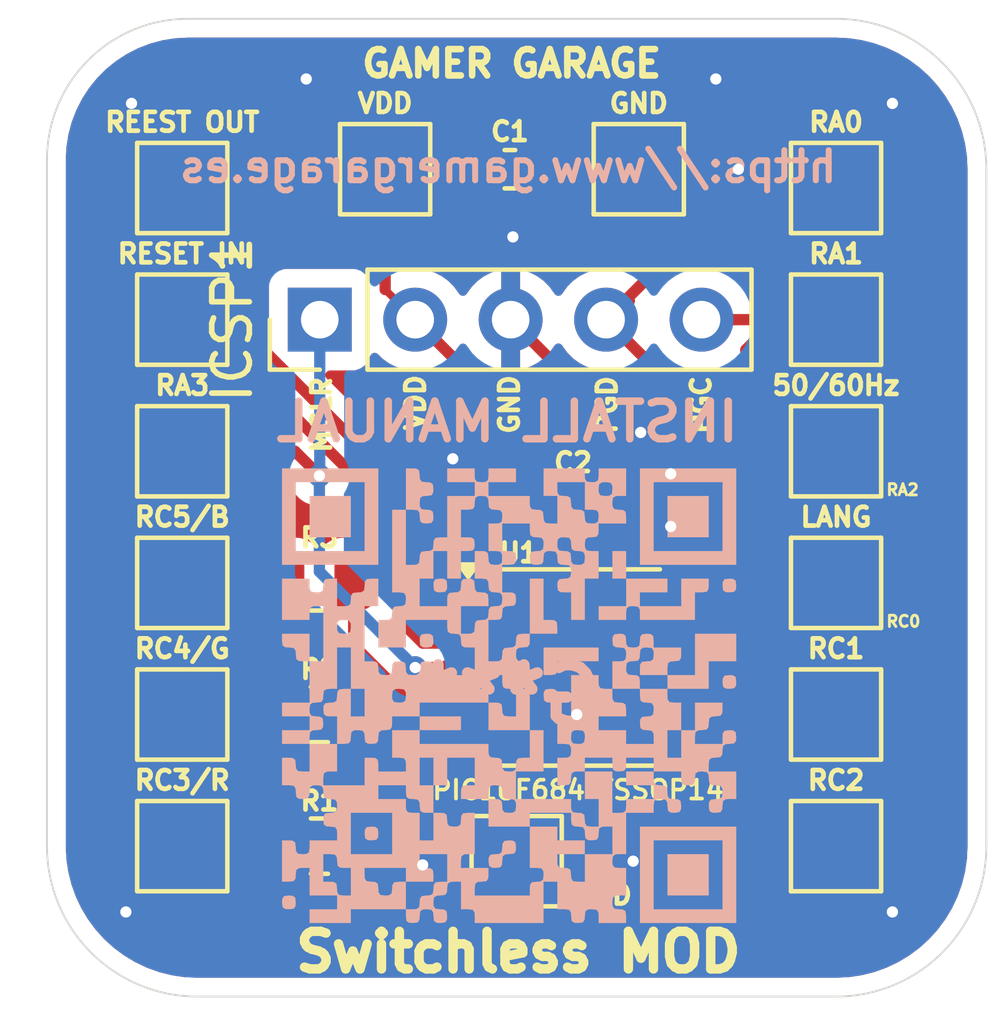
<source format=kicad_pcb>
(kicad_pcb (version 20241229) (generator "pcbnew") (generator_version "9.0")
  (layers (0 "F.Cu" signal) (2 "B.Cu" signal) (13 "F.Paste" user) (15 "B.Paste" user) (5 "F.SilkS" user "F.Silkscreen") (7 "B.SilkS" user "B.Silkscreen") (1 "F.Mask" user) (3 "B.Mask" user) (25 "Edge.Cuts" user))
  (net 0 "")
  (net 1 "VSS")
  (net 2 "VDD")
  (net 3 "B")
  (net 4 "R")
  (net 5 "G")
  (net 6 "RA3")
  (net 7 "RA0")
  (net 8 "RA1")
  (net 9 "RESET OUT")
  (net 10 "RESET IN")
  (net 11 "LANG")
  (net 12 "VIDEO 50{slash}60HZ")
  (net 13 "Net-(U1-P1C{slash}AN7{slash}RC3)")
  (net 14 "Net-(U1-P1B{slash}C2OUT{slash}RC4)")
  (net 15 "Net-(U1-P1A{slash}CCP1{slash}RC5)")
  (net 16 "RC1")
  (net 17 "RC2")
  (footprint "TestPoint:TestPoint_Pad_2.0x2.0mm" (layer "F.Cu") (at 130.6 107.5)
    (property "Reference" "RC4/G" (at 0 -1.75 0) (layer "F.SilkS") (effects (font (size 0.5 0.5) (thickness 0.125))))
    (property "Value" "TestPoint_Pad_2.0x2.0mm" (hide yes))
    (pad "6" smd roundrect (at 0 0) (size 2 2) (layers "F.Cu" "F.Mask") (roundrect_rratio 0.125) (net 5 "G"))
  )
  (footprint "Capacitor_SMD:C_0603_1608Metric" (layer "F.Cu") (at 140.98 101.75)
    (property "Reference" "C2" (at 0.02 -0.95 0) (layer "F.SilkS") (effects (font (size 0.5 0.5) (thickness 0.125))))
    (property "Value" "C" (hide yes))
    (pad "1" smd roundrect (at -0.775 0) (size 0.9 0.95) (layers "F.Cu" "F.Mask" "F.Paste") (net 2 "VDD"))
    (pad "2" smd roundrect (at 0.775 0) (size 0.9 0.95) (layers "F.Cu" "F.Mask" "F.Paste") (net 1 "VSS"))
  )
  (footprint "TestPoint:TestPoint_Pad_2.0x2.0mm" (layer "F.Cu") (at 139.5 111.4)
    (property "Reference" "GND" (at 2.29 0.9 0) (layer "F.SilkS") (effects (font (size 0.5 0.5) (thickness 0.125))))
    (property "Value" "TestPoint_Pad_2.0x2.0mm" (hide yes))
    (pad "14" smd roundrect (at 0 0) (size 2 2) (layers "F.Cu" "F.Mask") (roundrect_rratio 0.125) (net 1 "VSS"))
  )
  (footprint "TestPoint:TestPoint_Pad_2.0x2.0mm" (layer "F.Cu") (at 130.6 97)
    (property "Reference" "RESET IN" (at 0 -1.75 0) (layer "F.SilkS") (effects (font (size 0.5 0.5) (thickness 0.125))))
    (property "Value" "TestPoint_Pad_2.0x2.0mm" (hide yes))
    (pad "3" smd roundrect (at 0 0) (size 2 2) (layers "F.Cu" "F.Mask") (roundrect_rratio 0.125) (net 10 "RESET IN"))
  )
  (footprint "TestPoint:TestPoint_Pad_2.0x2.0mm" (layer "F.Cu") (at 130.6 111)
    (property "Reference" "RC3/R" (at 0 -1.75 0) (layer "F.SilkS") (effects (font (size 0.5 0.5) (thickness 0.125))))
    (property "Value" "TestPoint_Pad_2.0x2.0mm" (hide yes))
    (pad "7" smd roundrect (at 0 0) (size 2 2) (layers "F.Cu" "F.Mask") (roundrect_rratio 0.125) (net 4 "R"))
  )
  (footprint "TestPoint:TestPoint_Pad_2.0x2.0mm" (layer "F.Cu") (at 148 97)
    (property "Reference" "RA1" (at 0 -1.75 0) (layer "F.SilkS") (effects (font (size 0.5 0.5) (thickness 0.125))))
    (property "Value" "TestPoint_Pad_2.0x2.0mm" (hide yes))
    (pad "12" smd roundrect (at 0 0) (size 2 2) (layers "F.Cu" "F.Mask") (roundrect_rratio 0.125) (net 8 "RA1"))
  )
  (footprint "TestPoint:TestPoint_Pad_2.0x2.0mm" (layer "F.Cu") (at 148 104)
    (property "Reference" "LANG" (at 0 -1.75 0) (layer "F.SilkS") (effects (font (size 0.5 0.5) (thickness 0.125))))
    (property "Value" "TestPoint_Pad_2.0x2.0mm" (hide yes))
    (pad "10" smd roundrect (at 0 0) (size 2 2) (layers "F.Cu" "F.Mask") (roundrect_rratio 0.125) (net 11 "LANG"))
  )
  (footprint "TestPoint:TestPoint_Pad_2.0x2.0mm" (layer "F.Cu") (at 148 100.5 90)
    (property "Reference" "50/60Hz" (at 1.75 0 180) (layer "F.SilkS") (effects (font (size 0.5 0.5) (thickness 0.125))))
    (property "Value" "TestPoint_Pad_2.0x2.0mm" (hide yes))
    (pad "11" smd roundrect (at 0 0 90) (size 2 2) (layers "F.Cu" "F.Mask") (roundrect_rratio 0.125) (net 12 "VIDEO 50{slash}60HZ"))
  )
  (footprint "TestPoint:TestPoint_Pad_2.0x2.0mm" (layer "F.Cu") (at 130.6 100.5)
    (property "Reference" "RA3" (at 0 -1.75 0) (layer "F.SilkS") (effects (font (size 0.5 0.5) (thickness 0.125))))
    (property "Value" "TestPoint_Pad_2.0x2.0mm" (hide yes))
    (pad "4" smd roundrect (at 0 0) (size 2 2) (layers "F.Cu" "F.Mask") (roundrect_rratio 0.125) (net 6 "RA3"))
  )
  (footprint "TestPoint:TestPoint_Pad_2.0x2.0mm" (layer "F.Cu") (at 148 107.5)
    (property "Reference" "RC1" (at 0 -1.75 0) (layer "F.SilkS") (effects (font (size 0.5 0.5) (thickness 0.125))))
    (property "Value" "TestPoint_Pad_2.0x2.0mm" (hide yes))
    (pad "9" smd roundrect (at 0 0) (size 2 2) (layers "F.Cu" "F.Mask") (roundrect_rratio 0.125) (net 16 "RC1"))
  )
  (footprint "TestPoint:TestPoint_Pad_2.0x2.0mm" (layer "F.Cu") (at 148 111)
    (property "Reference" "RC2" (at 0 -1.75 0) (layer "F.SilkS") (effects (font (size 0.5 0.5) (thickness 0.125))))
    (property "Value" "TestPoint_Pad_2.0x2.0mm" (hide yes))
    (pad "8" smd roundrect (at 0 0) (size 2 2) (layers "F.Cu" "F.Mask") (roundrect_rratio 0.125) (net 17 "RC2"))
  )
  (footprint "Resistor_SMD:R_0805_2012Metric" (layer "F.Cu") (at 134.25 107.5 180)
    (property "Reference" "R2" (at 0 1.2 180) (layer "F.SilkS") (effects (font (size 0.5 0.5) (thickness 0.125))))
    (property "Value" "R" (hide yes))
    (pad "1" smd roundrect (at -0.9125 0 180) (size 1.025 1.4) (layers "F.Cu" "F.Mask" "F.Paste") (roundrect_rratio 0.243902) (net 14 "Net-(U1-P1B{slash}C2OUT{slash}RC4)"))
    (pad "2" smd roundrect (at 0.9125 0 180) (size 1.025 1.4) (layers "F.Cu" "F.Mask" "F.Paste") (roundrect_rratio 0.243902) (net 5 "G"))
  )
  (footprint "TestPoint:TestPoint_Pad_2.0x2.0mm" (layer "F.Cu") (at 142.75 93)
    (property "Reference" "GND" (at 0 -1.75 0) (layer "F.SilkS") (effects (font (size 0.5 0.5) (thickness 0.125))))
    (property "Value" "TestPoint_Pad_2.0x2.0mm" (hide yes))
    (pad "14" smd roundrect (at 0 0) (size 2 2) (layers "F.Cu" "F.Mask") (roundrect_rratio 0.125) (net 1 "VSS"))
  )
  (footprint "TestPoint:TestPoint_Pad_2.0x2.0mm" (layer "F.Cu") (at 130.6 104)
    (property "Reference" "RC5/B" (at 0 -1.75 0) (layer "F.SilkS") (effects (font (size 0.5 0.5) (thickness 0.125))))
    (property "Value" "TestPoint_Pad_2.0x2.0mm" (hide yes))
    (pad "5" smd roundrect (at 0 0) (size 2 2) (layers "F.Cu" "F.Mask") (roundrect_rratio 0.125) (net 3 "B"))
  )
  (footprint "Resistor_SMD:R_0805_2012Metric" (layer "F.Cu") (at 134.25 104 180)
    (property "Reference" "R3" (at 0 1.2 180) (layer "F.SilkS") (effects (font (size 0.5 0.5) (thickness 0.125))))
    (property "Value" "R" (hide yes))
    (pad "1" smd roundrect (at -0.9125 0 180) (size 1.025 1.4) (layers "F.Cu" "F.Mask" "F.Paste") (roundrect_rratio 0.243902) (net 15 "Net-(U1-P1A{slash}CCP1{slash}RC5)"))
    (pad "2" smd roundrect (at 0.9125 0 180) (size 1.025 1.4) (layers "F.Cu" "F.Mask" "F.Paste") (roundrect_rratio 0.243902) (net 3 "B"))
  )
  (footprint "Resistor_SMD:R_0805_2012Metric" (layer "F.Cu") (at 134.25 111 180)
    (property "Reference" "R1" (at 0 1.2 180) (layer "F.SilkS") (effects (font (size 0.5 0.5) (thickness 0.125))))
    (property "Value" "R" (hide yes))
    (pad "1" smd roundrect (at -0.9125 0 180) (size 1.025 1.4) (layers "F.Cu" "F.Mask" "F.Paste") (roundrect_rratio 0.243902) (net 13 "Net-(U1-P1C{slash}AN7{slash}RC3)"))
    (pad "2" smd roundrect (at 0.9125 0 180) (size 1.025 1.4) (layers "F.Cu" "F.Mask" "F.Paste") (roundrect_rratio 0.243902) (net 4 "R"))
  )
  (footprint "Package_SO:TSSOP-14_4.4x5mm_P0.65mm" (layer "F.Cu") (at 141.1125 106.25)
    (property "Reference" "U1" (at -2.1375 -3.05 0) (layer "F.SilkS") (effects (font (size 0.5 0.5) (thickness 0.125)) (justify left)))
    (property "Value" "PIC16F684-IP" (hide yes))
    (pad "1" smd roundrect (at -2.8625 -1.95) (size 1.475 0.4) (layers "F.Cu" "F.Mask" "F.Paste") (net 2 "VDD"))
    (pad "2" smd roundrect (at -2.8625 -1.3) (size 1.475 0.4) (layers "F.Cu" "F.Mask" "F.Paste") (net 9 "RESET OUT"))
    (pad "3" smd roundrect (at -2.8625 -0.65) (size 1.475 0.4) (layers "F.Cu" "F.Mask" "F.Paste") (net 10 "RESET IN"))
    (pad "4" smd roundrect (at -2.8625 0) (size 1.475 0.4) (layers "F.Cu" "F.Mask" "F.Paste") (net 6 "RA3"))
    (pad "5" smd roundrect (at -2.8625 0.65) (size 1.475 0.4) (layers "F.Cu" "F.Mask" "F.Paste") (net 15 "Net-(U1-P1A{slash}CCP1{slash}RC5)"))
    (pad "6" smd roundrect (at -2.8625 1.3) (size 1.475 0.4) (layers "F.Cu" "F.Mask" "F.Paste") (net 14 "Net-(U1-P1B{slash}C2OUT{slash}RC4)"))
    (pad "7" smd roundrect (at -2.8625 1.95) (size 1.475 0.4) (layers "F.Cu" "F.Mask" "F.Paste") (net 13 "Net-(U1-P1C{slash}AN7{slash}RC3)"))
    (pad "8" smd roundrect (at 2.8625 1.95) (size 1.475 0.4) (layers "F.Cu" "F.Mask" "F.Paste") (net 17 "RC2"))
    (pad "9" smd roundrect (at 2.8625 1.3) (size 1.475 0.4) (layers "F.Cu" "F.Mask" "F.Paste") (net 16 "RC1"))
    (pad "10" smd roundrect (at 2.8625 0.65) (size 1.475 0.4) (layers "F.Cu" "F.Mask" "F.Paste") (net 11 "LANG"))
    (pad "11" smd roundrect (at 2.8625 0) (size 1.475 0.4) (layers "F.Cu" "F.Mask" "F.Paste") (net 12 "VIDEO 50{slash}60HZ"))
    (pad "12" smd roundrect (at 2.8625 -0.65) (size 1.475 0.4) (layers "F.Cu" "F.Mask" "F.Paste") (net 8 "RA1"))
    (pad "13" smd roundrect (at 2.8625 -1.3) (size 1.475 0.4) (layers "F.Cu" "F.Mask" "F.Paste") (net 7 "RA0"))
    (pad "14" smd roundrect (at 2.8625 -1.95) (size 1.475 0.4) (layers "F.Cu" "F.Mask" "F.Paste") (net 1 "VSS"))
  )
  (footprint "Capacitor_SMD:C_0603_1608Metric" (layer "F.Cu") (at 139.32 93)
    (property "Reference" "C1" (at 0 -1 0) (layer "F.SilkS") (effects (font (size 0.5 0.5) (thickness 0.125))))
    (property "Value" "C" (hide yes))
    (pad "1" smd roundrect (at -0.775 0) (size 0.9 0.95) (layers "F.Cu" "F.Mask" "F.Paste") (net 2 "VDD"))
    (pad "2" smd roundrect (at 0.775 0) (size 0.9 0.95) (layers "F.Cu" "F.Mask" "F.Paste") (net 1 "VSS"))
  )
  (footprint "TestPoint:TestPoint_Pad_2.0x2.0mm" (layer "F.Cu") (at 148 93.5)
    (property "Reference" "RA0" (at 0 -1.75 0) (layer "F.SilkS") (effects (font (size 0.5 0.5) (thickness 0.125))))
    (property "Value" "TestPoint_Pad_2.0x2.0mm" (hide yes))
    (pad "13" smd roundrect (at 0 0) (size 2 2) (layers "F.Cu" "F.Mask") (roundrect_rratio 0.125) (net 7 "RA0"))
  )
  (footprint "Connector_PinHeader_2.54mm:PinHeader_1x05_P2.54mm_Vertical" (layer "F.Cu") (at 134.26 97 90)
    (property "Reference" "ICSP1" (at 0 -2.33 90) (layer "F.SilkS"))
    (property "Value" "Conn_01x05_Pin")
    (pad "1" thru_hole rect (at 0 0 90) (size 1.7 1.7) (drill 1) (layers "*.Cu" "*.Mask") (net 6 "RA3"))
    (pad "2" thru_hole oval (at 0 2.54 90) (size 1.7 1.7) (drill 1) (layers "*.Cu" "*.Mask") (net 2 "VDD"))
    (pad "3" thru_hole oval (at 0 5.08 90) (size 1.7 1.7) (drill 1) (layers "*.Cu" "*.Mask") (net 1 "VSS"))
    (pad "4" thru_hole oval (at 0 7.62 90) (size 1.7 1.7) (drill 1) (layers "*.Cu" "*.Mask") (net 7 "RA0"))
    (pad "5" thru_hole oval (at 0 10.16 90) (size 1.7 1.7) (drill 1) (layers "*.Cu" "*.Mask") (net 8 "RA1"))
  )
  (footprint "TestPoint:TestPoint_Pad_2.0x2.0mm" (layer "F.Cu") (at 136 93)
    (property "Reference" "VDD" (at 0 -1.75 0) (layer "F.SilkS") (effects (font (size 0.5 0.5) (thickness 0.125))))
    (property "Value" "TestPoint_Pad_2.0x2.0mm" (hide yes))
    (pad "1" smd roundrect (at 0 0) (size 2 2) (layers "F.Cu" "F.Mask") (roundrect_rratio 0.125) (chamfer_ratio 0.2) (chamfer top_left) (net 2 "VDD"))
  )
  (footprint "TestPoint:TestPoint_Pad_2.0x2.0mm" (layer "F.Cu") (at 130.6 93.5)
    (property "Reference" "REEST OUT" (at 0 -1.75 0) (layer "F.SilkS") (effects (font (size 0.5 0.5) (thickness 0.125))))
    (property "Value" "TestPoint_Pad_2.0x2.0mm" (hide yes))
    (pad "2" smd roundrect (at 0 0) (size 2 2) (layers "F.Cu" "F.Mask") (roundrect_rratio 0.125) (net 9 "RESET OUT"))
  )
  (footprint "LOGO" (layer "B.Cu") (at 139.3 107 180)
    (property "Reference" "G***" (at 0 0 0) (layer "B.SilkS") (effects (font (size 1.5 1.5) (thickness 0.3)) (justify mirror)))
    (property "Value" "LOGO" (hide yes))
  )
  (gr_line (start 127 92.75) (end 127 111) (stroke (width 0.05)) (layer "Edge.Cuts"))
  (gr_line (start 130.8 89) (end 130.75 89) (stroke (width 0.05)) (layer "Edge.Cuts"))
  (gr_line (start 148 115) (end 131 115) (stroke (width 0.05)) (layer "Edge.Cuts"))
  (gr_arc (start 127 92.75) (mid 128.09835 90.09835) (end 130.75 89) (stroke (width 0.05)) (layer "Edge.Cuts"))
  (gr_line (start 152 93.2) (end 152 111) (stroke (width 0.05)) (layer "Edge.Cuts"))
  (gr_line (start 152 93) (end 152 93.2) (stroke (width 0.05)) (layer "Edge.Cuts"))
  (gr_line (start 131 89) (end 148 89) (stroke (width 0.05)) (layer "Edge.Cuts"))
  (gr_arc (start 148 88.999973) (mid 150.828437 90.171555) (end 152 93) (stroke (width 0.05)) (layer "Edge.Cuts"))
  (gr_line (start 131 89) (end 130.8 89) (stroke (width 0.05)) (layer "Edge.Cuts"))
  (gr_arc (start 152 111) (mid 150.828427 113.828427) (end 148 115) (stroke (width 0.05)) (layer "Edge.Cuts"))
  (gr_arc (start 131 115) (mid 128.171573 113.828427) (end 127 111) (stroke (width 0.05)) (layer "Edge.Cuts"))
  (gr_text "GAMER GARAGE" (at 135.3 90.6 0) (layer "F.SilkS") (effects (font (size 0.7 0.7) (thickness 0.175) (bold yes)) (justify left bottom)))
  (gr_text "Switchless MOD" (at 133.5 114.4 0) (layer "F.SilkS") (effects (font (size 1 1) (thickness 0.25) (bold yes)) (justify left bottom)))
  (gr_text "PGC" (at 144.7 100.1 90) (layer "F.SilkS") (effects (font (size 0.5 0.5) (thickness 0.125) (bold yes)) (justify left bottom)))
  (gr_text "PGD" (at 142.2 100.1 90) (layer "F.SilkS") (effects (font (size 0.5 0.5) (thickness 0.125) (bold yes)) (justify left bottom)))
  (gr_text "PIC16F684 TSSOP14" (at 137.2 109.8 0) (layer "F.SilkS") (effects (font (size 0.5 0.5) (thickness 0.1)) (justify left bottom)))
  (gr_text "MCLR" (at 134.6 100.6 90) (layer "F.SilkS") (effects (font (size 0.5 0.5) (thickness 0.125) (bold yes)) (justify left bottom)))
  (gr_text "RC0" (at 149.3 105.2 0) (layer "F.SilkS") (effects (font (size 0.3 0.3) (thickness 0.075) (bold yes)) (justify left bottom)))
  (gr_text "GND" (at 139.6 100.1 90) (layer "F.SilkS") (effects (font (size 0.5 0.5) (thickness 0.125) (bold yes)) (justify left bottom)))
  (gr_text "VDD" (at 137.1 100 90) (layer "F.SilkS") (effects (font (size 0.5 0.5) (thickness 0.125) (bold yes)) (justify left bottom)))
  (gr_text "RA2" (at 149.3 101.7 0) (layer "F.SilkS") (effects (font (size 0.3 0.3) (thickness 0.075) (bold yes)) (justify left bottom)))
  (gr_text "https://www.gamergarage.es" (at 148.1 93.4 0) (layer "B.SilkS") (effects (font (size 0.8 0.8) (thickness 0.16) (bold yes)) (justify left bottom mirror)))
  (gr_text "INSTALL MANUAL" (at 145.5 100.3 0) (layer "B.SilkS") (effects (font (size 1 1) (thickness 0.2) (bold yes)) (justify left bottom mirror)))
  (segment (start 142.5 104.3) (end 141.755 103.555) (width 0.3) (layer "F.Cu") (net 1))
  (segment (start 141.755 99.415) (end 141.755 101.75) (width 0.3) (layer "F.Cu") (net 1))
  (segment (start 141.755 103.555) (end 141.755 101.75) (width 0.3) (layer "F.Cu") (net 1))
  (segment (start 140.095 93) (end 142.75 93) (width 0.3) (layer "F.Cu") (net 1))
  (segment (start 143.975 104.3) (end 142.5 104.3) (width 0.3) (layer "F.Cu") (net 1))
  (segment (start 139.34 97) (end 141.755 99.415) (width 0.3) (layer "F.Cu") (net 1))
  (via (at 137 111.5) (size 0.6) (drill 0.3) (layers "F.Cu" "B.Cu") (net 1))
  (via (at 144.8 90.6) (size 0.6) (drill 0.3) (layers "F.Cu" "B.Cu") (net 1))
  (via (at 142.6 111.4) (size 0.6) (drill 0.3) (layers "F.Cu" "B.Cu") (net 1))
  (via (at 129.25 91.25) (size 0.6) (drill 0.3) (layers "F.Cu" "B.Cu") (net 1))
  (via (at 142.8 100) (size 0.6) (drill 0.3) (layers "F.Cu" "B.Cu") (net 1))
  (via (at 149.5 91.25) (size 0.6) (drill 0.3) (layers "F.Cu" "B.Cu") (net 1))
  (via (at 139.4 94.8) (size 0.6) (drill 0.3) (layers "F.Cu" "B.Cu") (net 1))
  (via (at 149.5 112.75) (size 0.6) (drill 0.3) (layers "F.Cu" "B.Cu") (net 1))
  (via (at 143.6 102.5) (size 0.6) (drill 0.3) (layers "F.Cu" "B.Cu") (net 1))
  (via (at 133.9 90.6) (size 0.6) (drill 0.3) (layers "F.Cu" "B.Cu") (net 1))
  (via (at 129.1 112.75) (size 0.6) (drill 0.3) (layers "F.Cu" "B.Cu") (net 1))
  (via (at 137.8 100.7) (size 0.6) (drill 0.3) (layers "F.Cu" "B.Cu") (net 1))
  (via (at 145.4 93) (size 0.6) (drill 0.3) (layers "F.Cu" "B.Cu") (net 1))
  (via (at 143.6 101.1) (size 0.6) (drill 0.3) (layers "F.Cu" "B.Cu") (net 1))
  (via (at 141.1 107.5) (size 0.6) (drill 0.3) (layers "F.Cu" "B.Cu") (net 1))
  (segment (start 140.205 103.795) (end 140.205 101.75) (width 0.3) (layer "F.Cu") (net 2))
  (segment (start 138.545 93) (end 136 93) (width 0.3) (layer "F.Cu") (net 2))
  (segment (start 136 96.2) (end 136.8 97) (width 0.2) (layer "F.Cu") (net 2))
  (segment (start 136 93) (end 136 96.2) (width 0.3) (layer "F.Cu") (net 2))
  (segment (start 136.8 97) (end 140.205 100.405) (width 0.3) (layer "F.Cu") (net 2))
  (segment (start 138.25 104.3) (end 139.7 104.3) (width 0.3) (layer "F.Cu") (net 2))
  (segment (start 140.205 100.405) (end 140.205 101.75) (width 0.3) (layer "F.Cu") (net 2))
  (segment (start 139.7 104.3) (end 140.205 103.795) (width 0.3) (layer "F.Cu") (net 2))
  (segment (start 131 104) (end 133.3375 104) (width 0.3) (layer "F.Cu") (net 3))
  (segment (start 131 111) (end 133.3375 111) (width 0.3) (layer "F.Cu") (net 4))
  (segment (start 133.3375 107.5) (end 131 107.5) (width 0.3) (layer "F.Cu") (net 5))
  (segment (start 133.6 100.5) (end 130.6 100.5) (width 0.3) (layer "F.Cu") (net 6))
  (segment (start 137.54084 106.25) (end 136.8 106.25) (width 0.3) (layer "F.Cu") (net 6))
  (segment (start 136.8 106.25) (end 136.75 106.25) (width 0.3) (layer "F.Cu") (net 6))
  (segment (start 134.25 101.15) (end 133.6 100.5) (width 0.3) (layer "F.Cu") (net 6))
  (segment (start 138.25 106.25) (end 137.54084 106.25) (width 0.3) (layer "F.Cu") (net 6))
  (via (at 134.25 101.15) (size 0.6) (drill 0.3) (layers "F.Cu" "B.Cu") (net 6))
  (via (at 136.8 106.25) (size 0.6) (drill 0.3) (layers "F.Cu" "B.Cu") (net 6))
  (segment (start 134.25 101.15) (end 134.26 101.14) (width 0.2) (layer "B.Cu") (net 6))
  (segment (start 134.26 101.14) (end 134.26 97) (width 0.3) (layer "B.Cu") (net 6))
  (segment (start 134.25 103.7) (end 134.25 101.15) (width 0.3) (layer "B.Cu") (net 6))
  (segment (start 136.8 106.25) (end 134.25 103.7) (width 0.3) (layer "B.Cu") (net 6))
  (segment (start 146.3 95.2) (end 148 93.5) (width 0.3) (layer "F.Cu") (net 7))
  (segment (start 147.75 93.5) (end 148 93.5) (width 0.2) (layer "F.Cu") (net 7))
  (segment (start 143.975 104.95) (end 144.712499 104.95) (width 0.2) (layer "F.Cu") (net 7))
  (segment (start 143.68 95.2) (end 146.3 95.2) (width 0.3) (layer "F.Cu") (net 7))
  (segment (start 145.072 100.192) (end 141.88 97) (width 0.3) (layer "F.Cu") (net 7))
  (segment (start 142.5 96.5) (end 141.75 96.5) (width 0.3) (layer "F.Cu") (net 7))
  (segment (start 141.88 97) (end 143.68 95.2) (width 0.3) (layer "F.Cu") (net 7))
  (segment (start 144.712499 104.95) (end 145.072 104.590499) (width 0.3) (layer "F.Cu") (net 7))
  (segment (start 145.072 104.590499) (end 145.072 100.192) (width 0.3) (layer "F.Cu") (net 7))
  (segment (start 145.6 104.712499) (end 145.6 97.8) (width 0.3) (layer "F.Cu") (net 8))
  (segment (start 143.975 105.6) (end 144.712499 105.6) (width 0.2) (layer "F.Cu") (net 8))
  (segment (start 144.712499 105.6) (end 145.6 104.712499) (width 0.3) (layer "F.Cu") (net 8))
  (segment (start 145.6 97.8) (end 146.4 97) (width 0.3) (layer "F.Cu") (net 8))
  (segment (start 146.65 97) (end 148 97) (width 0.2) (layer "F.Cu") (net 8))
  (segment (start 144.42 97) (end 147.75 97) (width 0.3) (layer "F.Cu") (net 8))
  (segment (start 131.2 93.5) (end 132.3 94.6) (width 0.3) (layer "F.Cu") (net 9))
  (segment (start 132.3 97.342) (end 137.1 102.142) (width 0.3) (layer "F.Cu") (net 9))
  (segment (start 137.1 102.142) (end 137.1 104.537499) (width 0.3) (layer "F.Cu") (net 9))
  (segment (start 132.3 94.6) (end 132.3 97.342) (width 0.3) (layer "F.Cu") (net 9))
  (segment (start 137.1 104.537499) (end 137.512501 104.95) (width 0.3) (layer "F.Cu") (net 9))
  (segment (start 137.512501 104.95) (end 138.25 104.95) (width 0.3) (layer "F.Cu") (net 9))
  (segment (start 130.6 93.5) (end 131.2 93.5) (width 0.2) (layer "F.Cu") (net 9))
  (segment (start 138.25 105.6) (end 137 105.6) (width 0.3) (layer "F.Cu") (net 10))
  (segment (start 137 105.6) (end 136.7 105.3) (width 0.3) (layer "F.Cu") (net 10))
  (segment (start 136.7 105.3) (end 136.5 105.1) (width 0.3) (layer "F.Cu") (net 10))
  (segment (start 136.5 105.1) (end 136.4 105) (width 0.3) (layer "F.Cu") (net 10))
  (segment (start 130.6 97.25) (end 130.6 97) (width 0.3) (layer "F.Cu") (net 10))
  (segment (start 136.4 102.379346) (end 131.020654 97) (width 0.3) (layer "F.Cu") (net 10))
  (segment (start 130.6 97) (end 130.6 96.75) (width 0.2) (layer "F.Cu") (net 10))
  (segment (start 136.4 105) (end 136.4 102.379346) (width 0.3) (layer "F.Cu") (net 10))
  (segment (start 131.020654 97) (end 130.6 97) (width 0.3) (layer "F.Cu") (net 10))
  (segment (start 138.25 105.6) (end 137.59263 105.6) (width 0.2) (layer "F.Cu") (net 10))
  (segment (start 136.4 105) (end 136.7 105.3) (width 0.2) (layer "F.Cu") (net 10))
  (segment (start 145.5 106.9) (end 147.75 104.65) (width 0.3) (layer "F.Cu") (net 11))
  (segment (start 143.975 106.9) (end 145.5 106.9) (width 0.3) (layer "F.Cu") (net 11))
  (segment (start 148 104.65) (end 148 104) (width 0.2) (layer "F.Cu") (net 11))
  (segment (start 145.25 106.25) (end 146.15 105.35) (width 0.3) (layer "F.Cu") (net 12))
  (segment (start 146.15 102.35) (end 148 100.5) (width 0.3) (layer "F.Cu") (net 12))
  (segment (start 143.975 106.25) (end 145.25 106.25) (width 0.3) (layer "F.Cu") (net 12))
  (segment (start 146.15 105.35) (end 146.15 102.35) (width 0.3) (layer "F.Cu") (net 12))
  (segment (start 135.1625 111) (end 135.45 111) (width 0.2) (layer "F.Cu") (net 13))
  (segment (start 135.45 111) (end 138.25 108.2) (width 0.3) (layer "F.Cu") (net 13))
  (segment (start 138.25 107.55) (end 135.2125 107.55) (width 0.3) (layer "F.Cu") (net 14))
  (segment (start 135.2125 107.55) (end 135.1625 107.5) (width 0.2) (layer "F.Cu") (net 14))
  (segment (start 138.25 106.9) (end 137.5 106.9) (width 0.2) (layer "F.Cu") (net 15))
  (segment (start 136.4 106.9) (end 135.1625 105.6625) (width 0.3) (layer "F.Cu") (net 15))
  (segment (start 135.1625 104.5625) (end 135.1625 104) (width 0.2) (layer "F.Cu") (net 15))
  (segment (start 137.5 106.9) (end 136.4 106.9) (width 0.3) (layer "F.Cu") (net 15))
  (segment (start 135.1625 105.6625) (end 135.1625 104.5625) (width 0.3) (layer "F.Cu") (net 15))
  (segment (start 143.975 107.55) (end 147.7 107.55) (width 0.3) (layer "F.Cu") (net 16))
  (segment (start 147.95 107.55) (end 148 107.5) (width 0.2) (layer "F.Cu") (net 16))
  (segment (start 143.975 108.2) (end 144.2 108.425) (width 0.2) (layer "F.Cu") (net 17))
  (segment (start 145.2 111) (end 147.75 111) (width 0.3) (layer "F.Cu") (net 17))
  (segment (start 144.2 108.425) (end 144.2 110) (width 0.3) (layer "F.Cu") (net 17))
  (segment (start 144.2 110) (end 145.2 111) (width 0.3) (layer "F.Cu") (net 17))
  (zone (net 1) (net_name "VSS") (layer "F.Cu") (connect_pads (clearance 0.5)) (min_thickness 0.25) (fill yes (thermal_gap 0.5) (thermal_bridge_width 0.5))
    (polygon (pts (xy 127.25 88.75) (xy 152.5 88.5) (xy 152 115.5) (xy 125.75 115.25) (xy 126.75 88.75)))
  )
  (zone (net 1) (net_name "VSS") (layer "B.Cu") (priority 1) (connect_pads (clearance 0.5)) (min_thickness 0.25) (fill yes (thermal_gap 0.5) (thermal_bridge_width 0.5))
    (polygon (pts (xy 127 89) (xy 152.25 88.75) (xy 152.25 115.75) (xy 126 115.5)))
  )
)
</source>
